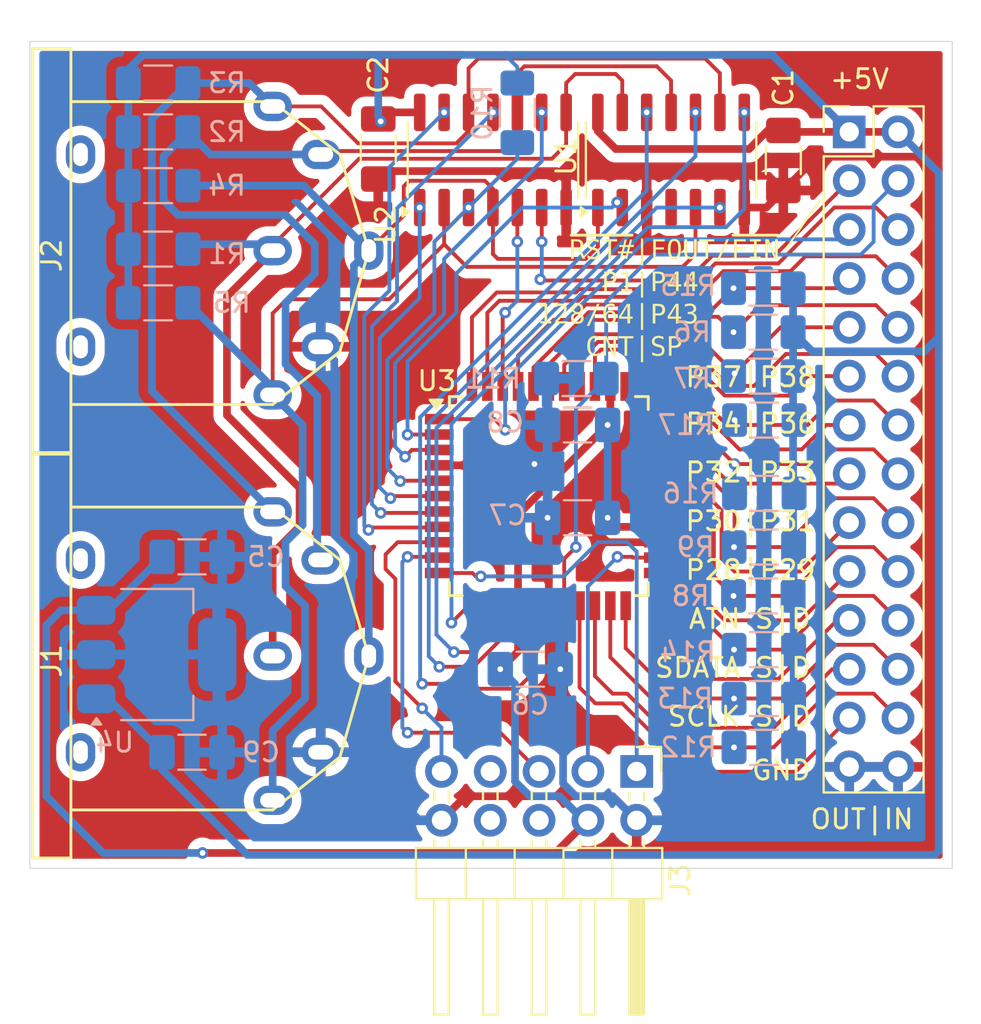
<source format=kicad_pcb>
(kicad_pcb (version 20240108) (generator "pcbnew") (generator_version "8.0")
  (layers (0 "F.Cu" signal) (31 "B.Cu" signal) (34 "B.Paste" user) (35 "F.Paste" user) (36 "B.SilkS" user "B.Silkscreen") (37 "F.SilkS" user "F.Silkscreen") (38 "B.Mask" user) (39 "F.Mask" user) (44 "Edge.Cuts" user))
  (net 0 "")
  (net 1 "GND")
  (net 2 "/~{DATA}")
  (net 3 "/~{FCLK}{slash}SRQ")
  (net 4 "/~{ATN}")
  (net 5 "+5V")
  (net 6 "/~{SCLK}")
  (net 7 "/SP")
  (net 8 "/CNT")
  (net 9 "/SCLK_IN")
  (net 10 "/FOUT{slash}~{FIN}")
  (net 11 "/SCLK_OUT")
  (net 12 "/SDATA_OUT")
  (net 13 "/ATN_OUT")
  (net 14 "/128{slash}64")
  (net 15 "/ATN_IN")
  (net 16 "/SDATA_IN")
  (net 17 "+3V3")
  (net 19 "/TDO")
  (net 20 "/TMS")
  (net 23 "/TCK")
  (net 24 "/TDI")
  (net 25 "/FCLK_IN")
  (net 26 "/FCLK_OUT")
  (net 27 "/~{RST}")
  (net 28 "/RST_OUT")
  (net 30 "/RST_IN")
  (net 31 "/~{RST#}")
  (net 32 "/RSTDRV")
  (net 33 "/SCLK_DRV")
  (net 34 "/SDATA_DRV")
  (net 35 "/ATN_DRV")
  (net 36 "/SDATA_SENS")
  (net 37 "/SCLK_SENS")
  (net 38 "/ATN_SENS")
  (net 39 "/P32")
  (net 40 "/P37")
  (net 41 "/P28")
  (net 42 "/P44")
  (net 43 "/P30")
  (net 44 "/P1")
  (net 45 "/P38")
  (net 46 "/P33")
  (net 47 "/P29")
  (net 48 "/P43")
  (net 49 "/P36")
  (net 50 "/P31")
  (net 51 "/P34")
  (footprint "Connector_PinHeader_2.54mm:PinHeader_2x05_P2.54mm_Horizontal" (layer "F.Cu") (at 228.08 77.96 -90)
    (property "Reference" "J3")
    (property "Value" "JTAG")
  )
  (footprint "Capacitor_SMD:C_1206_3216Metric_Pad1.33x1.80mm_HandSolder" (layer "F.Cu") (at 235.712 46.1895 -90)
    (property "Reference" "C1")
    (property "Value" "100n")
  )
  (footprint "C64_IEC:C64_IEC" (layer "F.Cu") (at 209.136 71.962 -90)
    (property "Reference" "J1")
    (property "Value" "DIN-6")
  )
  (footprint "Package_SO:SOIC-14_3.9x8.7mm_P1.27mm" (layer "F.Cu") (at 220.599 46.163 90)
    (property "Reference" "U2")
    (property "Value" "74LS06")
  )
  (footprint "Package_SO:SOIC-14_3.9x8.7mm_P1.27mm" (layer "F.Cu") (at 229.87 46.163 90)
    (property "Reference" "U1")
    (property "Value" "74LS14")
  )
  (footprint "Connector_PinHeader_2.54mm:PinHeader_2x14_P2.54mm_Vertical" (layer "F.Cu") (at 239.141 44.704)
    (property "Reference" "J4" (hide yes))
    (property "Value" "PIA")
  )
  (footprint "Package_QFP:TQFP-44_10x10mm_P0.8mm" (layer "F.Cu") (at 223.507 63.642)
    (property "Reference" "U3")
    (property "Value" "XC9572VQ44")
  )
  (footprint "C64_IEC:C64_IEC" (layer "F.Cu") (at 209.136 50.88 -90)
    (property "Reference" "J2")
    (property "Value" "DIN-6")
  )
  (footprint "Capacitor_SMD:C_1206_3216Metric_Pad1.33x1.80mm_HandSolder" (layer "F.Cu") (at 214.63 45.593 -90)
    (property "Reference" "C2")
    (property "Value" "100n")
  )
  (footprint "Capacitor_SMD:C_1206_3216Metric_Pad1.33x1.80mm_HandSolder" (layer "B.Cu") (at 225.0055 64.77 180)
    (property "Reference" "C7")
    (property "Value" "100n")
  )
  (footprint "Capacitor_SMD:C_1206_3216Metric_Pad1.33x1.80mm_HandSolder" (layer "B.Cu") (at 222.5425 72.644)
    (property "Reference" "C6")
    (property "Value" "100n")
  )
  (footprint "Capacitor_SMD:C_1206_3216Metric_Pad1.33x1.80mm_HandSolder" (layer "B.Cu") (at 225.0055 59.944 180)
    (property "Reference" "C8")
    (property "Value" "100n")
  )
  (footprint "Resistor_SMD:R_1206_3216Metric_Pad1.30x1.75mm_HandSolder" (layer "B.Cu") (at 234.67 55.118 180)
    (property "Reference" "R6")
    (property "Value" "1k")
  )
  (footprint "Resistor_SMD:R_1206_3216Metric_Pad1.30x1.75mm_HandSolder" (layer "B.Cu") (at 234.67 68.834 180)
    (property "Reference" "R8")
    (property "Value" "1k")
  )
  (footprint "Package_TO_SOT_SMD:SOT-223-3_TabPin2" (layer "B.Cu") (at 203.098 71.882)
    (property "Reference" "U4")
    (property "Value" "AZ1117CH2-33")
  )
  (footprint "Resistor_SMD:R_1206_3216Metric_Pad1.30x1.75mm_HandSolder" (layer "B.Cu") (at 221.869 43.714 -90)
    (property "Reference" "R10")
    (property "Value" "1k")
  )
  (footprint "Resistor_SMD:R_1206_3216Metric_Pad1.30x1.75mm_HandSolder" (layer "B.Cu") (at 234.696 74.168 180)
    (property "Reference" "R13")
    (property "Value" "1k")
  )
  (footprint "Resistor_SMD:R_1206_3216Metric_Pad1.30x1.75mm_HandSolder" (layer "B.Cu") (at 203.174 47.498)
    (property "Reference" "R4")
    (property "Value" "1k")
  )
  (footprint "Resistor_SMD:R_1206_3216Metric_Pad1.30x1.75mm_HandSolder" (layer "B.Cu") (at 234.696 71.628 180)
    (property "Reference" "R14")
    (property "Value" "1k")
  )
  (footprint "Resistor_SMD:R_1206_3216Metric_Pad1.30x1.75mm_HandSolder" (layer "B.Cu") (at 234.696 76.708 180)
    (property "Reference" "R12")
    (property "Value" "1k")
  )
  (footprint "Resistor_SMD:R_1206_3216Metric_Pad1.30x1.75mm_HandSolder" (layer "B.Cu") (at 203.174 50.8)
    (property "Reference" "R1")
    (property "Value" "1k")
  )
  (footprint "Resistor_SMD:R_1206_3216Metric_Pad1.30x1.75mm_HandSolder" (layer "B.Cu") (at 203.174 42.164)
    (property "Reference" "R3")
    (property "Value" "1k")
  )
  (footprint "Resistor_SMD:R_1206_3216Metric_Pad1.30x1.75mm_HandSolder" (layer "B.Cu") (at 234.722 63.5 180)
    (property "Reference" "R16")
    (property "Value" "1k")
  )
  (footprint "Resistor_SMD:R_1206_3216Metric_Pad1.30x1.75mm_HandSolder" (layer "B.Cu") (at 234.722 59.69 180)
    (property "Reference" "R17")
    (property "Value" "1k")
  )
  (footprint "Resistor_SMD:R_1206_3216Metric_Pad1.30x1.75mm_HandSolder" (layer "B.Cu") (at 234.67 52.832 180)
    (property "Reference" "R15")
    (property "Value" "1k")
  )
  (footprint "Resistor_SMD:R_1206_3216Metric_Pad1.30x1.75mm_HandSolder" (layer "B.Cu") (at 203.174 44.704)
    (property "Reference" "R2")
    (property "Value" "1k")
  )
  (footprint "Resistor_SMD:R_1206_3216Metric_Pad1.30x1.75mm_HandSolder" (layer "B.Cu") (at 224.943 57.531 180)
    (property "Reference" "R11")
    (property "Value" "10k")
  )
  (footprint "Capacitor_SMD:C_1206_3216Metric_Pad1.33x1.80mm_HandSolder" (layer "B.Cu") (at 204.9395 66.802)
    (property "Reference" "C5")
    (property "Value" "100n")
  )
  (footprint "Capacitor_SMD:C_1206_3216Metric_Pad1.33x1.80mm_HandSolder" (layer "B.Cu") (at 204.9395 76.962)
    (property "Reference" "C9")
    (property "Value" "100n")
  )
  (footprint "Resistor_SMD:R_1206_3216Metric_Pad1.30x1.75mm_HandSolder" (layer "B.Cu") (at 234.67 57.404 180)
    (property "Reference" "R7")
    (property "Value" "1k")
  )
  (footprint "Resistor_SMD:R_1206_3216Metric_Pad1.30x1.75mm_HandSolder" (layer "B.Cu") (at 203.174 53.594)
    (property "Reference" "R5")
    (property "Value" "1k")
  )
  (footprint "Resistor_SMD:R_1206_3216Metric_Pad1.30x1.75mm_HandSolder" (layer "B.Cu") (at 234.696 66.294 180)
    (property "Reference" "R9")
    (property "Value" "1k")
  )
  (gr_line (start 235.839 50.8) (end 237.617 48.26) (stroke (width 0.1)) (layer "F.SilkS"))
  (gr_rect (start 196.5 40) (end 244.5 83) (stroke (width 0.05)) (fill none) (layer "Edge.Cuts"))
  (gr_text "SCLK S|D" (at 237.236 75.692 0) (layer "F.SilkS") (effects (font (size 1 1)) (justify right bottom)))
  (gr_text "ATN S|D" (at 237.236 70.612 0) (layer "F.SilkS") (effects (font (size 1 1)) (justify right bottom)))
  (gr_text "+5V" (at 241.3 42.545 0) (layer "F.SilkS") (effects (font (size 1 1)) (justify right bottom)))
  (gr_text "P30|P31" (at 237.49 65.532 0) (layer "F.SilkS") (effects (font (size 1 1)) (justify right bottom)))
  (gr_text "P32|P33" (at 237.49 62.992 0) (layer "F.SilkS") (effects (font (size 1 1)) (justify right bottom)))
  (gr_text "GND" (at 237.236 78.486 0) (layer "F.SilkS") (effects (font (size 1 1)) (justify right bottom)))
  (gr_text "P28|P29" (at 237.49 68.072 0) (layer "F.SilkS") (effects (font (size 1 1)) (justify right bottom)))
  (gr_text "SDATA S|D" (at 237.236 73.152 0) (layer "F.SilkS") (effects (font (size 1 1)) (justify right bottom)))
  (gr_text "P37|P38" (at 237.49 58.039 0) (layer "F.SilkS") (effects (font (size 1 1)) (justify right bottom)))
  (gr_text "OUT|IN" (at 242.57 81.026 0) (layer "F.SilkS") (effects (font (size 1 1)) (justify right bottom)))
  (gr_text "  ~{RST#}|FOUT/~{FIN}\n    P1|P44\n128/64|P43\n   CNT|SP" (at 222.885 56.515 0) (layer "F.SilkS") (effects (font (size 1 1)) (justify left bottom)))
  (gr_text "P34|P36" (at 237.49 60.452 0) (layer "F.SilkS") (effects (font (size 1 1)) (justify right bottom)))
  (segment (start 243.8 46.696) (end 243.8 77.724) (width 0.4) (layer "F.Cu") (net 1))
  (segment (start 223.909 46.744) (end 224.155 46.99) (width 0.4) (layer "F.Cu") (net 1))
  (segment (start 223.507 69.342) (end 223.507 64.834) (width 0.4) (layer "F.Cu") (net 1))
  (segment (start 235.712 47.752) (end 237.47 45.994) (width 0.4) (layer "F.Cu") (net 1))
  (segment (start 234.95 46.99) (end 235.712 47.752) (width 0.4) (layer "F.Cu") (net 1))
  (segment (start 243.098 45.994) (end 243.8 46.696) (width 0.4) (layer "F.Cu") (net 1))
  (segment (start 237.47 45.994) (end 243.098 45.994) (width 0.4) (layer "F.Cu") (net 1))
  (segment (start 228.6 48.638) (end 228.6 46.99) (width 0.2) (layer "F.Cu") (net 1))
  (segment (start 229.207 66.042) (end 226.316 66.042) (width 0.4) (layer "F.Cu") (net 1))
  (segment (start 234.826 48.638) (end 235.712 47.752) (width 0.4) (layer "F.Cu") (net 1))
  (segment (start 226.316 66.042) (end 225.044 64.77) (width 0.4) (layer "F.Cu") (net 1))
  (segment (start 224.409 47.244) (end 224.409 48.638) (width 0.4) (layer "F.Cu") (net 1))
  (segment (start 226.83 79.25) (end 219.17 79.25) (width 0.4) (layer "F.Cu") (net 1))
  (segment (start 243.8 77.724) (end 241.681 77.724) (width 0.4) (layer "F.Cu") (net 1))
  (segment (start 214.63 47.1555) (end 215.0415 46.744) (width 0.4) (layer "F.Cu") (net 1))
  (segment (start 223.507 64.834) (end 223.443 64.77) (width 0.4) (layer "F.Cu") (net 1))
  (segment (start 215.0415 46.744) (end 223.909 46.744) (width 0.4) (layer "F.Cu") (net 1))
  (segment (start 225.044 64.77) (end 223.443 64.77) (width 0.4) (layer "F.Cu") (net 1))
  (segment (start 228.6 46.99) (end 234.95 46.99) (width 0.4) (layer "F.Cu") (net 1))
  (segment (start 224.155 46.99) (end 224.409 47.244) (width 0.4) (layer "F.Cu") (net 1))
  (segment (start 228.08 80.5) (end 226.83 79.25) (width 0.4) (layer "F.Cu") (net 1))
  (segment (start 222.692 62.042) (end 222.758 61.976) (width 0.4) (layer "F.Cu") (net 1))
  (segment (start 233.68 48.638) (end 234.826 48.638) (width 0.4) (layer "F.Cu") (net 1))
  (segment (start 219.17 79.25) (end 217.92 80.5) (width 0.4) (layer "F.Cu") (net 1))
  (segment (start 223.507 72.046) (end 224.105 72.644) (width 0.4) (layer "F.Cu") (net 1))
  (segment (start 217.807 62.042) (end 222.692 62.042) (width 0.4) (layer "F.Cu") (net 1))
  (segment (start 224.155 46.99) (end 228.6 46.99) (width 0.4) (layer "F.Cu") (net 1))
  (segment (start 223.507 69.342) (end 223.507 72.046) (width 0.4) (layer "F.Cu") (net 1))
  (via (at 222.758 61.976) (size 0.6) (drill 0.3) (layers "F.Cu" "B.Cu") (net 1))
  (via (at 224.105 72.644) (size 0.6) (drill 0.3) (layers "F.Cu" "B.Cu") (net 1))
  (via (at 223.443 64.77) (size 0.6) (drill 0.3) (layers "F.Cu" "B.Cu") (net 1))
  (segment (start 224.105 72.644) (end 224.25 72.789) (width 0.4) (layer "B.Cu") (net 1))
  (segment (start 211.636 80.28) (end 211.636 76.962) (width 0.4) (layer "B.Cu") (net 1))
  (segment (start 238.524 80.5) (end 239.141 79.883) (width 0.4) (layer "B.Cu") (net 1))
  (segment (start 223.443 59.944) (end 223.443 61.291) (width 0.4) (layer "B.Cu") (net 1))
  (segment (start 223.393 59.894) (end 223.443 59.944) (width 0.4) (layer "B.Cu") (net 1))
  (segment (start 207.899 80.899) (end 211.017 80.899) (width 0.4) (layer "B.Cu") (net 1))
  (segment (start 224.917 79.248) (end 226.828 79.248) (width 0.4) (layer "B.Cu") (net 1))
  (segment (start 223.443 59.944) (end 223.443 64.77) (width 0.4) (layer "B.Cu") (net 1))
  (segment (start 211.636 69.542) (end 211.636 76.962) (width 0.4) (layer "B.Cu") (net 1))
  (segment (start 213.36 66.675) (end 213.36 67.818) (width 0.4) (layer "B.Cu") (net 1))
  (segment (start 223.443 61.291) (end 222.758 61.976) (width 0.4) (layer "B.Cu") (net 1))
  (segment (start 213.36 67.818) (end 211.636 69.542) (width 0.4) (layer "B.Cu") (net 1))
  (segment (start 206.502 66.802) (end 206.502 76.962) (width 0.4) (layer "B.Cu") (net 1))
  (segment (start 239.141 79.883) (end 239.141 77.724) (width 0.4) (layer "B.Cu") (net 1))
  (segment (start 211.636 76.962) (end 213.236 76.962) (width 0.4) (layer "B.Cu") (net 1))
  (segment (start 212.344 65.659) (end 213.36 66.675) (width 0.4) (layer "B.Cu") (net 1))
  (segment (start 212.344 56.588) (end 212.344 65.659) (width 0.4) (layer "B.Cu") (net 1))
  (segment (start 211.636 55.88) (end 212.344 56.588) (width 0.4) (layer "B.Cu") (net 1))
  (segment (start 228.08 80.5) (end 238.524 80.5) (width 0.4) (layer "B.Cu") (net 1))
  (segment (start 211.017 80.899) (end 211.636 80.28) (width 0.4) (layer "B.Cu") (net 1))
  (segment (start 224.25 78.581) (end 224.917 79.248) (width 0.4) (layer "B.Cu") (net 1))
  (segment (start 239.141 77.724) (end 241.681 77.724) (width 0.4) (layer "B.Cu") (net 1))
  (segment (start 226.828 79.248) (end 228.08 80.5) (width 0.4) (layer "B.Cu") (net 1))
  (segment (start 216.774 80.5) (end 217.92 80.5) (width 0.4) (layer "B.Cu") (net 1))
  (segment (start 199.948 71.882) (end 206.248 71.882) (width 0.4) (layer "B.Cu") (net 1))
  (segment (start 206.502 76.962) (end 206.502 79.502) (width 0.4) (layer "B.Cu") (net 1))
  (segment (start 223.393 57.531) (end 223.393 59.894) (width 0.4) (layer "B.Cu") (net 1))
  (segment (start 213.236 76.962) (end 216.774 80.5) (width 0.4) (layer "B.Cu") (net 1))
  (segment (start 206.502 79.502) (end 207.899 80.899) (width 0.4) (layer "B.Cu") (net 1))
  (segment (start 224.25 72.789) (end 224.25 78.581) (width 0.4) (layer "B.Cu") (net 1))
  (segment (start 232.41 41.656) (end 232.41 43.688) (width 0.2) (layer "F.Cu") (net 2))
  (segment (start 219.329 43.688) (end 219.329 41.402) (width 0.2) (layer "F.Cu") (net 2))
  (segment (start 219.329 41.402) (end 219.837 40.894) (width 0.2) (layer "F.Cu") (net 2))
  (segment (start 231.648 40.894) (end 232.41 41.656) (width 0.2) (layer "F.Cu") (net 2))
  (segment (start 218.690999 45.301) (end 219.329 44.662999) (width 0.2) (layer "F.Cu") (net 2))
  (segment (start 213.583628 45.301) (end 218.690999 45.301) (width 0.2) (layer "F.Cu") (net 2))
  (segment (start 219.329 44.662999) (end 219.329 43.688) (width 0.2) (layer "F.Cu") (net 2))
  (segment (start 209.136 43.38) (end 211.662628 43.38) (width 0.2) (layer "F.Cu") (net 2))
  (segment (start 211.662628 43.38) (end 213.583628 45.301) (width 0.2) (layer "F.Cu") (net 2))
  (segment (start 219.837 40.894) (end 231.648 40.894) (width 0.2) (layer "F.Cu") (net 2))
  (segment (start 207.92 42.164) (end 209.136 43.38) (width 0.4) (layer "B.Cu") (net 2))
  (segment (start 202.854 58.18) (end 209.136 64.462) (width 0.4) (layer "B.Cu") (net 2))
  (segment (start 202.854 44.034) (end 202.854 58.18) (width 0.4) (layer "B.Cu") (net 2))
  (segment (start 204.724 42.164) (end 202.854 44.034) (width 0.4) (layer "B.Cu") (net 2))
  (segment (start 204.724 42.164) (end 207.92 42.164) (width 0.4) (layer "B.Cu") (net 2))
  (segment (start 230.47162 51.72238) (end 219.23538 51.72238) (width 0.2) (layer "F.Cu") (net 3))
  (segment (start 209.136 54.140105) (end 209.136 58.38) (width 0.2) (layer "F.Cu") (net 3))
  (segment (start 215.198947 53.406053) (end 209.870053 53.406053) (width 0.2) (layer "F.Cu") (net 3))
  (segment (start 218.059 50.546) (end 215.198947 53.406053) (width 0.2) (layer "F.Cu") (net 3))
  (segment (start 209.870053 53.406053) (end 209.136 54.140105) (width 0.2) (layer "F.Cu") (net 3))
  (segment (start 218.059 50.546) (end 218.059 48.638) (width 0.2) (layer "F.Cu") (net 3))
  (segment (start 231.14 51.054) (end 230.47162 51.72238) (width 0.2) (layer "F.Cu") (net 3))
  (segment (start 231.14 48.638) (end 231.14 51.054) (width 0.2) (layer "F.Cu") (net 3))
  (segment (start 219.23538 51.72238) (end 218.059 50.546) (width 0.2) (layer "F.Cu") (net 3))
  (segment (start 210.693 59.937) (end 210.693 65.151) (width 0.4) (layer "B.Cu") (net 3))
  (segment (start 209.136 75.852) (end 209.136 79.462) (width 0.4) (layer "B.Cu") (net 3))
  (segment (start 204.724 53.594) (end 209.136 58.006) (width 0.4) (layer "B.Cu") (net 3))
  (segment (start 209.136 58.006) (end 209.136 58.38) (width 0.4) (layer "B.Cu") (net 3))
  (segment (start 209.804 66.04) (end 209.804 68.326) (width 0.4) (layer "B.Cu") (net 3))
  (segment (start 210.693 65.151) (end 209.804 66.04) (width 0.4) (layer "B.Cu") (net 3))
  (segment (start 210.82 69.342) (end 210.82 74.168) (width 0.4) (layer "B.Cu") (net 3))
  (segment (start 209.136 58.38) (end 210.693 59.937) (width 0.4) (layer "B.Cu") (net 3))
  (segment (start 209.804 68.326) (end 210.82 69.342) (width 0.4) (layer "B.Cu") (net 3))
  (segment (start 210.82 74.168) (end 209.136 75.852) (width 0.4) (layer "B.Cu") (net 3))
  (segment (start 224.409 45.358) (end 224.409 43.688) (width 0.2) (layer "F.Cu") (net 4))
  (segment (start 209.136 66.621472) (end 209.136 71.962) (width 0.4) (layer "F.Cu") (net 4))
  (segment (start 226.987 41.694) (end 227.33 42.037) (width 0.2) (layer "F.Cu") (net 4))
  (segment (start 223.666 46.101) (end 224.409 45.358) (width 0.2) (layer "F.Cu") (net 4))
  (segment (start 210.536 63.216) (end 210.536 65.221472) (width 0.4) (layer "F.Cu") (net 4))
  (segment (start 206.756 59.436) (end 210.536 63.216) (width 0.4) (layer "F.Cu") (net 4))
  (segment (start 213.6375 46.101) (end 223.666 46.101) (width 0.2) (layer "F.Cu") (net 4))
  (segment (start 224.409 43.688) (end 224.409 42.164) (width 0.2) (layer "F.Cu") (net 4))
  (segment (start 210.536 65.221472) (end 209.136 66.621472) (width 0.4) (layer "F.Cu") (net 4))
  (segment (start 224.409 42.164) (end 224.879 41.694) (width 0.2) (layer "F.Cu") (net 4))
  (segment (start 209.136 50.6025) (end 213.6375 46.101) (width 0.2) (layer "F.Cu") (net 4))
  (segment (start 227.33 42.037) (end 227.33 43.688) (width 0.2) (layer "F.Cu") (net 4))
  (segment (start 224.879 41.694) (end 226.987 41.694) (width 0.2) (layer "F.Cu") (net 4))
  (segment (start 209.136 50.88) (end 209.136 50.6025) (width 0.2) (layer "F.Cu") (net 4))
  (segment (start 209.136 50.88) (end 206.756 53.26) (width 0.4) (layer "F.Cu") (net 4))
  (segment (start 206.756 53.26) (end 206.756 59.436) (width 0.4) (layer "F.Cu") (net 4))
  (segment (start 204.978 50.546) (end 208.802 50.546) (width 0.4) (layer "B.Cu") (net 4))
  (segment (start 208.802 50.546) (end 209.136 50.88) (width 0.4) (layer "B.Cu") (net 4))
  (segment (start 204.724 50.8) (end 204.978 50.546) (width 0.4) (layer "B.Cu") (net 4))
  (segment (start 226.06 43.688) (end 226.06 44.662999) (width 0.4) (layer "F.Cu") (net 5))
  (segment (start 216.789 43.688) (end 214.9725 43.688) (width 0.4) (layer "F.Cu") (net 5))
  (segment (start 235.789 44.704) (end 235.712 44.627) (width 0.4) (layer "F.Cu") (net 5))
  (segment (start 226.990001 45.593) (end 233.934 45.593) (width 0.4) (layer "F.Cu") (net 5))
  (segment (start 233.934 45.593) (end 234.9 44.627) (width 0.4) (layer "F.Cu") (net 5))
  (segment (start 226.06 44.662999) (end 226.990001 45.593) (width 0.4) (layer "F.Cu") (net 5))
  (segment (start 234.9 44.627) (end 235.712 44.627) (width 0.4) (layer "F.Cu") (net 5))
  (segment (start 214.9725 43.688) (end 214.63 44.0305) (width 0.4) (layer "F.Cu") (net 5))
  (segment (start 241.681 44.704) (end 235.789 44.704) (width 0.4) (layer "F.Cu") (net 5))
  (via (at 214.757 44.1575) (size 0.6) (drill 0.3) (layers "F.Cu" "B.Cu") (net 5))
  (segment (start 236.22 65.76) (end 236.246 65.786) (width 0.4) (layer "B.Cu") (net 5))
  (segment (start 239.772 82.3) (end 207.815 82.3) (width 0.4) (layer "B.Cu") (net 5))
  (segment (start 214.63 43.9035) (end 214.757 44.0305) (width 0.4) (layer "B.Cu") (net 5))
  (segment (start 243.058 56.114) (end 243.8 55.372) (width 0.4) (layer "B.Cu") (net 5))
  (segment (start 243.8 49.784) (end 243.8 55.372) (width 0.4) (layer "B.Cu") (net 5))
  (segment (start 202.378 40.7) (end 214.63 40.7) (width 0.4) (layer "B.Cu") (net 5))
  (segment (start 201.624 50.8) (end 201.624 53.594) (width 0.4) (layer "B.Cu") (net 5))
  (segment (start 203.377 77.862) (end 203.377 76.962) (width 0.4) (layer "B.Cu") (net 5))
  (segment (start 235.137 40.7) (end 239.141 44.704) (width 0.4) (layer "B.Cu") (net 5))
  (segment (start 243.8 46.823) (end 243.8 49.784) (width 0.4) (layer "B.Cu") (net 5))
  (segment (start 236.22 55.118) (end 237.216 56.114) (width 0.4) (layer "B.Cu") (net 5))
  (segment (start 207.815 82.3) (end 203.377 77.862) (width 0.4) (layer "B.Cu") (net 5))
  (segment (start 221.869 41.335) (end 221.234 40.7) (width 0.2) (layer "B.Cu") (net 5))
  (segment (start 236.246 76.708) (end 236.246 74.168) (width 0.4) (layer "B.Cu") (net 5))
  (segment (start 243.582 82.3) (end 239.772 82.3) (width 0.4) (layer "B.Cu") (net 5))
  (segment (start 199.948 74.182) (end 200.597 74.182) (width 0.4) (layer "B.Cu") (net 5))
  (segment (start 243.8 82.082) (end 243.582 82.3) (width 0.4) (layer "B.Cu") (net 5))
  (segment (start 236.22 57.404) (end 236.22 65.76) (width 0.4) (layer "B.Cu") (net 5))
  (segment (start 236.246 65.786) (end 236.246 71.628) (width 0.4) (layer "B.Cu") (net 5))
  (segment (start 236.22 52.832) (end 236.22 55.118) (width 0.4) (layer "B.Cu") (net 5))
  (segment (start 214.63 40.7) (end 214.63 43.9035) (width 0.4) (layer "B.Cu") (net 5))
  (segment (start 221.234 40.7) (end 235.137 40.7) (width 0.4) (layer "B.Cu") (net 5))
  (segment (start 214.63 40.7) (end 221.234 40.7) (width 0.4) (layer "B.Cu") (net 5))
  (segment (start 236.22 55.118) (end 236.22 57.404) (width 0.4) (layer "B.Cu") (net 5))
  (segment (start 241.681 44.704) (end 243.8 46.823) (width 0.4) (layer "B.Cu") (net 5))
  (segment (start 201.624 41.454) (end 202.378 40.7) (width 0.4) (layer "B.Cu") (net 5))
  (segment (start 221.869 42.164) (end 221.869 41.335) (width 0.2) (layer "B.Cu") (net 5))
  (segment (start 237.216 56.114) (end 243.058 56.114) (width 0.4) (layer "B.Cu") (net 5))
  (segment (start 243.8 55.372) (end 243.8 82.082) (width 0.4) (layer "B.Cu") (net 5))
  (segment (start 201.624 42.164) (end 201.624 41.454) (width 0.4) (layer "B.Cu") (net 5))
  (segment (start 236.246 71.628) (end 236.246 74.168) (width 0.4) (layer "B.Cu") (net 5))
  (segment (start 200.597 74.182) (end 203.377 76.962) (width 0.4) (layer "B.Cu") (net 5))
  (segment (start 201.624 42.164) (end 201.624 50.8) (width 0.4) (layer "B.Cu") (net 5))
  (segment (start 211.636 45.88) (end 211.815 45.701) (width 0.2) (layer "F.Cu") (net 6))
  (segment (start 221.869 41.656) (end 222.231 41.294) (width 0.2) (layer "F.Cu") (net 6))
  (segment (start 221.869 45.085) (end 221.869 43.688) (width 0.2) (layer "F.Cu") (net 6))
  (segment (start 222.231 41.294) (end 229.127 41.294) (width 0.2) (layer "F.Cu") (net 6))
  (segment (start 211.815 45.701) (end 221.253 45.701) (width 0.2) (layer "F.Cu") (net 6))
  (segment (start 229.127 41.294) (end 229.87 42.037) (width 0.2) (layer "F.Cu") (net 6))
  (segment (start 229.87 42.037) (end 229.87 43.688) (width 0.2) (layer "F.Cu") (net 6))
  (segment (start 221.253 45.701) (end 221.869 45.085) (width 0.2) (layer "F.Cu") (net 6))
  (segment (start 221.869 43.688) (end 221.869 41.656) (width 0.2) (layer "F.Cu") (net 6))
  (segment (start 203.454 48.26) (end 204.216 49.022) (width 0.4) (layer "B.Cu") (net 6))
  (segment (start 209.804 56.777342) (end 211.455 58.428342) (width 0.4) (layer "B.Cu") (net 6))
  (segment (start 205.9 45.88) (end 211.636 45.88) (width 0.4) (layer "B.Cu") (net 6))
  (segment (start 211.455 58.428342) (end 211.455 66.781) (width 0.4) (layer "B.Cu") (net 6))
  (segment (start 211.328 50.546) (end 211.328 52.07) (width 0.4) (layer "B.Cu") (net 6))
  (segment (start 211.455 66.781) (end 211.636 66.962) (width 0.4) (layer "B.Cu") (net 6))
  (segment (start 204.724 44.704) (end 205.9 45.88) (width 0.4) (layer "B.Cu") (net 6))
  (segment (start 209.804 53.594) (end 209.804 56.777342) (width 0.4) (layer "B.Cu") (net 6))
  (segment (start 203.454 45.974) (end 203.454 48.26) (width 0.4) (layer "B.Cu") (net 6))
  (segment (start 211.328 52.07) (end 209.804 53.594) (width 0.4) (layer "B.Cu") (net 6))
  (segment (start 204.724 44.704) (end 203.454 45.974) (width 0.4) (layer "B.Cu") (net 6))
  (segment (start 204.216 49.022) (end 209.804 49.022) (width 0.4) (layer "B.Cu") (net 6))
  (segment (start 209.804 49.022) (end 211.328 50.546) (width 0.4) (layer "B.Cu") (net 6))
  (segment (start 222.707 56.958628) (end 225.582628 54.083) (width 0.2) (layer "F.Cu") (net 7))
  (segment (start 225.582628 54.083) (end 230.558792 54.083) (width 0.2) (layer "F.Cu") (net 7))
  (segment (start 232.319986 54.318) (end 233.12 55.118014) (width 0.2) (layer "F.Cu") (net 7))
  (segment (start 230.558792 54.083) (end 230.793792 54.318) (width 0.2) (layer "F.Cu") (net 7))
  (segment (start 240.531 53.714) (end 241.681 54.864) (width 0.2) (layer "F.Cu") (net 7))
  (segment (start 234.524014 53.714) (end 240.531 53.714) (width 0.2) (layer "F.Cu") (net 7))
  (segment (start 230.793792 54.318) (end 232.319986 54.318) (width 0.2) (layer "F.Cu") (net 7))
  (segment (start 233.12 55.118014) (end 234.524014 53.714) (width 0.2) (layer "F.Cu") (net 7))
  (segment (start 222.707 57.942) (end 222.707 56.958628) (width 0.2) (layer "F.Cu") (net 7))
  (via (at 233.12 55.118014) (size 0.6) (drill 0.3) (layers "F.Cu" "B.Cu") (net 7))
  (segment (start 225.817629 54.483) (end 230.393106 54.483) (width 0.2) (layer "F.Cu") (net 8))
  (segment (start 230.393106 54.483) (end 233.172106 57.262) (width 0.2) (layer "F.Cu") (net 8))
  (segment (start 233.172106 57.262) (end 235.570106 54.864) (width 0.2) (layer "F.Cu") (net 8))
  (segment (start 223.507 56.793629) (end 225.817629 54.483) (width 0.2) (layer "F.Cu") (net 8))
  (segment (start 235.570106 54.864) (end 239.141 54.864) (width 0.2) (layer "F.Cu") (net 8))
  (segment (start 223.507 57.942) (end 223.507 56.793629) (width 0.2) (layer "F.Cu") (net 8))
  (via (at 233.172106 57.262) (size 0.6) (drill 0.3) (layers "F.Cu" "B.Cu") (net 8))
  (segment (start 219.583 72.517) (end 217.805 72.517) (width 0.2) (layer "F.Cu") (net 9))
  (segment (start 221.107 69.342) (end 221.107 70.993) (width 0.2) (layer "F.Cu") (net 9))
  (segment (start 221.107 70.993) (end 219.583 72.517) (width 0.2) (layer "F.Cu") (net 9))
  (via (at 231.14 43.688) (size 0.6) (drill 0.3) (layers "F.Cu" "B.Cu") (net 9))
  (via (at 217.805 72.517) (size 0.6) (drill 0.3) (layers "F.Cu" "B.Cu") (net 9))
  (segment (start 231.14 45.974) (end 217.259 59.855) (width 0.2) (layer "B.Cu") (net 9))
  (segment (start 217.259 71.971) (end 217.805 72.517) (width 0.2) (layer "B.Cu") (net 9))
  (segment (start 231.14 43.688) (end 231.14 45.974) (width 0.2) (layer "B.Cu") (net 9))
  (segment (start 217.259 59.855) (end 217.259 71.971) (width 0.2) (layer "B.Cu") (net 9))
  (segment (start 224.307 66.904) (end 224.917 66.294) (width 0.2) (layer "F.Cu") (net 10))
  (segment (start 224.307 69.342) (end 224.307 66.904) (width 0.2) (layer "F.Cu") (net 10))
  (via (at 224.917 66.294) (size 0.6) (drill 0.3) (layers "F.Cu" "B.Cu") (net 10))
  (segment (start 241.681 47.244) (end 240.411 48.514) (width 0.2) (layer "B.Cu") (net 10))
  (segment (start 228.952157 51.082843) (end 226.493 53.542) (width 0.2) (layer "B.Cu") (net 10))
  (segment (start 224.917 65.151) (end 224.917 66.294) (width 0.2) (layer "B.Cu") (net 10))
  (segment (start 239.747157 51.082843) (end 228.952157 51.082843) (width 0.2) (layer "B.Cu") (net 10))
  (segment (start 240.411 48.514) (end 240.411 50.419) (width 0.2) (layer "B.Cu") (net 10))
  (segment (start 240.411 50.419) (end 239.747157 51.082843) (width 0.2) (layer "B.Cu") (net 10))
  (segment (start 226.493 57.531) (end 224.917 59.107) (width 0.2) (layer "B.Cu") (net 10))
  (segment (start 226.493 53.542) (end 226.493 57.531) (width 0.2) (layer "B.Cu") (net 10))
  (segment (start 224.917 59.107) (end 224.917 65.151) (width 0.2) (layer "B.Cu") (net 10))
  (segment (start 217.807 64.442) (end 217.732996 64.516004) (width 0.2) (layer "F.Cu") (net 11))
  (segment (start 217.732996 64.516004) (end 214.757 64.516004) (width 0.2) (layer "F.Cu") (net 11))
  (via (at 214.757 64.516004) (size 0.6) (drill 0.3) (layers "F.Cu" "B.Cu") (net 11))
  (via (at 220.599 43.688) (size 0.6) (drill 0.3) (layers "F.Cu" "B.Cu") (net 11))
  (segment (start 214.304 54.809) (end 214.304 64.063004) (width 0.2) (layer "B.Cu") (net 11))
  (segment (start 215.608 53.505) (end 214.304 54.809) (width 0.2) (layer "B.Cu") (net 11))
  (segment (start 215.608 48.679) (end 215.608 53.505) (width 0.2) (layer "B.Cu") (net 11))
  (segment (start 220.599 43.688) (end 215.608 48.679) (width 0.2) (layer "B.Cu") (net 11))
  (segment (start 214.304 64.063004) (end 214.757 64.516004) (width 0.2) (layer "B.Cu") (net 11))
  (segment (start 217.771 65.278) (end 214.249 65.278) (width 0.2) (layer "F.Cu") (net 12))
  (segment (start 217.807 65.242) (end 217.771 65.278) (width 0.2) (layer "F.Cu") (net 12))
  (segment (start 214.249 65.278) (end 214.122 65.405) (width 0.2) (layer "F.Cu") (net 12))
  (via (at 218.059 43.688) (size 0.6) (drill 0.3) (layers "F.Cu" "B.Cu") (net 12))
  (via (at 214.122 65.405) (size 0.6) (drill 0.3) (layers "F.Cu" "B.Cu") (net 12))
  (segment (start 215.208 46.539) (end 215.208 52.959) (width 0.2) (layer "B.Cu") (net 12))
  (segment (start 213.904 65.187) (end 214.122 65.405) (width 0.2) (layer "B.Cu") (net 12))
  (segment (start 213.904 54.263) (end 213.904 65.187) (width 0.2) (layer "B.Cu") (net 12))
  (segment (start 218.059 43.688) (end 215.208 46.539) (width 0.2) (layer "B.Cu") (net 12))
  (segment (start 215.208 52.959) (end 213.904 54.263) (width 0.2) (layer "B.Cu") (net 12))
  (segment (start 216.38 61.242) (end 216.027 61.595) (width 0.2) (layer "F.Cu") (net 13))
  (segment (start 217.807 61.242) (end 216.38 61.242) (width 0.2) (layer "F.Cu") (net 13))
  (via (at 223.139 43.688) (size 0.6) (drill 0.3) (layers "F.Cu" "B.Cu") (net 13))
  (via (at 216.027 61.595) (size 0.6) (drill 0.3) (layers "F.Cu" "B.Cu") (net 13))
  (segment (start 223.139 43.688) (end 223.139 46.228) (width 0.2) (layer "B.Cu") (net 13))
  (segment (start 218.059 54.171314) (end 215.504 56.726314) (width 0.2) (layer "B.Cu") (net 13))
  (segment (start 215.504 56.726314) (end 215.504 61.072) (width 0.2) (layer "B.Cu") (net 13))
  (segment (start 215.504 61.072) (end 216.027 61.595) (width 0.2) (layer "B.Cu") (net 13))
  (segment (start 218.059 51.308) (end 218.059 54.171314) (width 0.2) (layer "B.Cu") (net 13))
  (segment (start 223.139 46.228) (end 218.059 51.308) (width 0.2) (layer "B.Cu") (net 13))
  (segment (start 224.622756 54.477186) (end 225.416942 53.683) (width 0.2) (layer "F.Cu") (net 14))
  (segment (start 230.927477 53.886) (end 232.066024 53.886) (width 0.2) (layer "F.Cu") (net 14))
  (segment (start 221.907 56.338372) (end 223.768186 54.477186) (width 0.2) (layer "F.Cu") (net 14))
  (segment (start 238.632976 52.832024) (end 239.141 52.324) (width 0.2) (layer "F.Cu") (net 14))
  (segment (start 233.12 52.832024) (end 233.68 52.832024) (width 0.2) (layer "F.Cu") (net 14))
  (segment (start 223.768186 54.477186) (end 224.622756 54.477186) (width 0.2) (layer "F.Cu") (net 14))
  (segment (start 238.76 51.943) (end 239.141 52.324) (width 0.2) (layer "F.Cu") (net 14))
  (segment (start 238.633 51.816) (end 239.141 52.324) (width 0.2) (layer "F.Cu") (net 14))
  (segment (start 221.907 57.942) (end 221.907 56.338372) (width 0.2) (layer "F.Cu") (net 14))
  (segment (start 232.066024 53.886) (end 233.12 52.832024) (width 0.2) (layer "F.Cu") (net 14))
  (segment (start 230.724478 53.683) (end 230.927477 53.886) (width 0.2) (layer "F.Cu") (net 14))
  (segment (start 233.68 52.832024) (end 238.632976 52.832024) (width 0.2) (layer "F.Cu") (net 14))
  (segment (start 225.416942 53.683) (end 230.724478 53.683) (width 0.2) (layer "F.Cu") (net 14))
  (via (at 233.12 52.832024) (size 0.6) (drill 0.3) (layers "F.Cu" "B.Cu") (net 14))
  (segment (start 222.707 69.342) (end 222.707 72.822) (width 0.2) (layer "F.Cu") (net 15))
  (segment (start 218.821 73.406) (end 216.916 73.406) (width 0.2) (layer "F.Cu") (net 15))
  (segment (start 221.869 73.66) (end 219.075 73.66) (width 0.2) (layer "F.Cu") (net 15))
  (segment (start 219.075 73.66) (end 218.821 73.406) (width 0.2) (layer "F.Cu") (net 15))
  (segment (start 222.707 72.822) (end 221.869 73.66) (width 0.2) (layer "F.Cu") (net 15))
  (via (at 216.916 73.406) (size 0.6) (drill 0.3) (layers "F.Cu" "B.Cu") (net 15))
  (via (at 228.6 43.688) (size 0.6) (drill 0.3) (layers "F.Cu" "B.Cu") (net 15))
  (segment (start 216.810565 59.541435) (end 216.810565 73.300565) (width 0.2) (layer "B.Cu") (net 15))
  (segment (start 216.810565 73.300565) (end 216.916 73.406) (width 0.2) (layer "B.Cu") (net 15))
  (segment (start 228.6 43.688) (end 228.6 47.752) (width 0.2) (layer "B.Cu") (net 15))
  (segment (start 228.6 47.752) (end 216.810565 59.541435) (width 0.2) (layer "B.Cu") (net 15))
  (segment (start 219.507 69.342) (end 219.329 69.342) (width 0.2) (layer "F.Cu") (net 16))
  (segment (start 219.329 69.342) (end 218.44 70.231) (width 0.2) (layer "F.Cu") (net 16))
  (via (at 218.44 70.231) (size 0.6) (drill 0.3) (layers "F.Cu" "B.Cu") (net 16))
  (via (at 233.68 43.688) (size 0.6) (drill 0.3) (layers "F.Cu" "B.Cu") (net 16))
  (segment (start 218.44 59.886314) (end 218.44 70.231) (width 0.2) (layer "B.Cu") (net 16))
  (segment (start 233.68 43.688) (end 233.68 48.710314) (width 0.2) (layer "B.Cu") (net 16))
  (segment (start 232.733314 49.657) (end 228.669314 49.657) (width 0.2) (layer "B.Cu") (net 16))
  (segment (start 233.68 48.710314) (end 232.733314 49.657) (width 0.2) (layer "B.Cu") (net 16))
  (segment (start 228.669314 49.657) (end 218.44 59.886314) (width 0.2) (layer "B.Cu") (net 16))
  (segment (start 226.707 59.805) (end 226.568 59.944) (width 0.4) (layer "F.Cu") (net 17))
  (segment (start 221.907 69.342) (end 221.907 71.717) (width 0.4) (layer "F.Cu") (net 17))
  (segment (start 221.907 71.717) (end 220.98 72.644) (width 0.4) (layer "F.Cu") (net 17))
  (segment (start 205.486 82.2) (end 223.84 82.2) (width 0.4) (layer "F.Cu") (net 17))
  (segment (start 223.84 82.2) (end 225.54 80.5) (width 0.4) (layer "F.Cu") (net 17))
  (segment (start 221.907 64.605) (end 226.568 59.944) (width 0.4) (layer "F.Cu") (net 17))
  (segment (start 229.207 65.242) (end 227.04 65.242) (width 0.4) (layer "F.Cu") (net 17))
  (segment (start 221.907 69.342) (end 221.907 64.605) (width 0.4) (layer "F.Cu") (net 17))
  (segment (start 226.707 57.942) (end 226.707 59.805) (width 0.4) (layer "F.Cu") (net 17))
  (segment (start 227.04 65.242) (end 226.568 64.77) (width 0.4) (layer "F.Cu") (net 17))
  (via (at 226.568 59.944) (size 0.6) (drill 0.3) (layers "F.Cu" "B.Cu") (net 17))
  (via (at 220.98 72.644) (size 0.6) (drill 0.3) (layers "F.Cu" "B.Cu") (net 17))
  (via (at 226.568 64.77) (size 0.6) (drill 0.3) (layers "F.Cu" "B.Cu") (net 17))
  (via (at 205.486 82.2) (size 0.6) (drill 0.3) (layers "F.Cu" "B.Cu") (net 17))
  (segment (start 225.320472 80.5) (end 225.54 80.5) (width 0.4) (layer "B.Cu") (net 17))
  (segment (start 226.568 59.944) (end 226.568 64.77) (width 0.4) (layer "B.Cu") (net 17))
  (segment (start 199.948 69.582) (end 200.597 69.582) (width 0.4) (layer "B.Cu") (net 17))
  (segment (start 224.068472 79.248) (end 225.320472 80.5) (width 0.4) (layer "B.Cu") (net 17))
  (segment (start 222.520233 79.248) (end 224.068472 79.248) (width 0.4) (layer "B.Cu") (net 17))
  (segment (start 200.31 82.2) (end 205.486 82.2) (width 0.4) (layer "B.Cu") (net 17))
  (segment (start 220.98 72.644) (end 221.75 73.414) (width 0.4) (layer "B.Cu") (net 17))
  (segment (start 198.134 69.582) (end 197.358 70.358) (width 0.4) (layer "B.Cu") (net 17))
  (segment (start 199.948 69.582) (end 198.134 69.582) (width 0.4) (layer "B.Cu") (net 17))
  (segment (start 221.75 73.414) (end 221.75 78.477767) (width 0.4) (layer "B.Cu") (net 17))
  (segment (start 197.358 79.248) (end 200.31 82.2) (width 0.4) (layer "B.Cu") (net 17))
  (segment (start 221.75 78.477767) (end 222.520233 79.248) (width 0.4) (layer "B.Cu") (net 17))
  (segment (start 200.597 69.582) (end 203.377 66.802) (width 0.4) (layer "B.Cu") (net 17))
  (segment (start 197.358 70.358) (end 197.358 79.248) (width 0.4) (layer "B.Cu") (net 17))
  (segment (start 227.076 66.802) (end 227.838 66.802) (width 0.2) (layer "F.Cu") (net 19))
  (segment (start 227.878 66.842) (end 229.207 66.842) (width 0.2) (layer "F.Cu") (net 19))
  (segment (start 227.838 66.802) (end 227.878 66.842) (width 0.2) (layer "F.Cu") (net 19))
  (via (at 227.076 66.802) (size 0.6) (drill 0.3) (layers "F.Cu" "B.Cu") (net 19))
  (segment (start 225.54 77.96) (end 225.54 68.338) (width 0.2) (layer "B.Cu") (net 19))
  (segment (start 225.54 68.338) (end 227.076 66.802) (width 0.2) (layer "B.Cu") (net 19))
  (segment (start 220.986 75.946) (end 216.154 75.946) (width 0.2) (layer "F.Cu") (net 20))
  (segment (start 217.82 66.954) (end 217.668012 66.802012) (width 0.2) (layer "F.Cu") (net 20))
  (segment (start 217.668012 66.802012) (end 216.154 66.802012) (width 0.2) (layer "F.Cu") (net 20))
  (segment (start 223 77.96) (end 220.986 75.946) (width 0.2) (layer "F.Cu") (net 20))
  (via (at 216.154 75.946) (size 0.6) (drill 0.3) (layers "F.Cu" "B.Cu") (net 20))
  (via (at 216.154 66.802012) (size 0.6) (drill 0.3) (layers "F.Cu" "B.Cu") (net 20))
  (segment (start 215.885 75.677) (end 215.885 67.071012) (width 0.2) (layer "B.Cu") (net 20))
  (segment (start 215.885 67.071012) (end 216.154 66.802012) (width 0.2) (layer "B.Cu") (net 20))
  (segment (start 216.154 75.946) (end 215.885 75.677) (width 0.2) (layer "B.Cu") (net 20))
  (segment (start 219.534 67.642) (end 217.807 67.642) (width 0.2) (layer "F.Cu") (net 23))
  (segment (start 219.71 67.818) (end 219.534 67.642) (width 0.2) (layer "F.Cu") (net 23))
  (segment (start 219.964 67.818) (end 219.71 67.818) (width 0.2) (layer "F.Cu") (net 23))
  (via (at 219.964 67.818) (size 0.6) (drill 0.3) (layers "F.Cu" "B.Cu") (net 23))
  (segment (start 228.08 77.96) (end 228.08 66.536) (width 0.2) (layer "B.Cu") (net 23))
  (segment (start 226.06 66.04) (end 224.282 67.818) (width 0.2) (layer "B.Cu") (net 23))
  (segment (start 228.08 66.536) (end 227.584 66.04) (width 0.2) (layer "B.Cu") (net 23))
  (segment (start 224.282 67.818) (end 219.964 67.818) (width 0.2) (layer "B.Cu") (net 23))
  (segment (start 227.584 66.04) (end 226.06 66.04) (width 0.2) (layer "B.Cu") (net 23))
  (segment (start 215.011 67.437) (end 215.519 67.945) (width 0.2) (layer "F.Cu") (net 24))
  (segment (start 215.519 73.279) (end 216.916 74.676) (width 0.2) (layer "F.Cu") (net 24))
  (segment (start 217.807 66.042) (end 215.644 66.042) (width 0.2) (layer "F.Cu") (net 24))
  (segment (start 215.519 67.945) (end 215.519 73.279) (width 0.2) (layer "F.Cu") (net 24))
  (segment (start 215.644 66.042) (end 215.011 66.675) (width 0.2) (layer "F.Cu") (net 24))
  (segment (start 215.011 66.675) (end 215.011 67.437) (width 0.2) (layer "F.Cu") (net 24))
  (via (at 216.916 74.676) (size 0.6) (drill 0.3) (layers "F.Cu" "B.Cu") (net 24))
  (segment (start 217.92 77.96) (end 217.92 75.68) (width 0.2) (layer "B.Cu") (net 24))
  (segment (start 217.92 75.68) (end 216.916 74.676) (width 0.2) (layer "B.Cu") (net 24))
  (segment (start 220.307 70.904) (end 220.307 69.342) (width 0.2) (layer "F.Cu") (net 25))
  (segment (start 219.456 71.755) (end 220.307 70.904) (width 0.2) (layer "F.Cu") (net 25))
  (segment (start 218.567 71.755) (end 219.456 71.755) (width 0.2) (layer "F.Cu") (net 25))
  (via (at 232.41 48.638) (size 0.6) (drill 0.3) (layers "F.Cu" "B.Cu") (net 25))
  (via (at 218.567 71.755) (size 0.6) (drill 0.3) (layers "F.Cu" "B.Cu") (net 25))
  (segment (start 232.41 48.638) (end 229.122629 48.638) (width 0.2) (layer "B.Cu") (net 25))
  (segment (start 229.122629 48.638) (end 217.659 60.101629) (width 0.2) (layer "B.Cu") (net 25))
  (segment (start 217.659 60.101629) (end 217.659 70.847) (width 0.2) (layer "B.Cu") (net 25))
  (segment (start 217.659 70.847) (end 218.567 71.755) (width 0.2) (layer "B.Cu") (net 25))
  (segment (start 215.377 63.642) (end 215.265 63.754) (width 0.2) (layer "F.Cu") (net 26))
  (segment (start 217.807 63.642) (end 215.377 63.642) (width 0.2) (layer "F.Cu") (net 26))
  (via (at 216.789 48.638) (size 0.6) (drill 0.3) (layers "F.Cu" "B.Cu") (net 26))
  (via (at 215.265 63.754) (size 0.6) (drill 0.3) (layers "F.Cu" "B.Cu") (net 26))
  (segment (start 214.704 63.193) (end 215.265 63.754) (width 0.2) (layer "B.Cu") (net 26))
  (segment (start 216.789 53.34) (end 214.704 55.425) (width 0.2) (layer "B.Cu") (net 26))
  (segment (start 214.704 55.425) (end 214.704 63.193) (width 0.2) (layer "B.Cu") (net 26))
  (segment (start 216.789 48.638) (end 216.789 53.34) (width 0.2) (layer "B.Cu") (net 26))
  (segment (start 220.179999 47.244) (end 220.599 47.663001) (width 0.2) (layer "F.Cu") (net 27))
  (segment (start 220.599 51.054) (end 220.853 51.308) (width 0.2) (layer "F.Cu") (net 27))
  (segment (start 220.599 48.638) (end 220.599 51.054) (width 0.2) (layer "F.Cu") (net 27))
  (segment (start 215.957 49.059) (end 215.957 47.533) (width 0.2) (layer "F.Cu") (net 27))
  (segment (start 214.136 50.88) (end 215.957 49.059) (width 0.2) (layer "F.Cu") (net 27))
  (segment (start 226.06 50.673) (end 226.06 48.638) (width 0.2) (layer "F.Cu") (net 27))
  (segment (start 220.853 51.308) (end 225.425 51.308) (width 0.2) (layer "F.Cu") (net 27))
  (segment (start 216.246 47.244) (end 220.179999 47.244) (width 0.2) (layer "F.Cu") (net 27))
  (segment (start 225.425 51.308) (end 226.06 50.673) (width 0.2) (layer "F.Cu") (net 27))
  (segment (start 215.957 47.533) (end 216.246 47.244) (width 0.2) (layer "F.Cu") (net 27))
  (segment (start 220.599 47.663001) (end 220.599 48.638) (width 0.2) (layer "F.Cu") (net 27))
  (segment (start 213.36 51.656) (end 213.36 65.659) (width 0.4) (layer "B.Cu") (net 27))
  (segment (start 213.36 65.659) (end 214.136 66.435) (width 0.4) (layer "B.Cu") (net 27))
  (segment (start 204.724 47.498) (end 210.754 47.498) (width 0.4) (layer "B.Cu") (net 27))
  (segment (start 214.136 66.435) (end 214.136 71.962) (width 0.4) (layer "B.Cu") (net 27))
  (segment (start 214.136 50.88) (end 213.36 51.656) (width 0.4) (layer "B.Cu") (net 27))
  (segment (start 210.754 47.498) (end 214.136 50.88) (width 0.4) (layer "B.Cu") (net 27))
  (segment (start 215.795998 62.842) (end 215.772998 62.865) (width 0.2) (layer "F.Cu") (net 28))
  (segment (start 217.807 62.842) (end 215.795998 62.842) (width 0.2) (layer "F.Cu") (net 28))
  (via (at 215.772998 62.865) (size 0.6) (drill 0.3) (layers "F.Cu" "B.Cu") (net 28))
  (via (at 219.329 48.638) (size 0.6) (drill 0.3) (layers "F.Cu" "B.Cu") (net 28))
  (segment (start 221.869 46.098) (end 219.329 48.638) (width 0.2) (layer "B.Cu") (net 28))
  (segment (start 215.104 56.560628) (end 215.104 62.196002) (width 0.2) (layer "B.Cu") (net 28))
  (segment (start 221.869 45.264) (end 221.869 46.098) (width 0.2) (layer "B.Cu") (net 28))
  (segment (start 217.551 50.416) (end 217.551 54.113628) (width 0.2) (layer "B.Cu") (net 28))
  (segment (start 215.104 62.196002) (end 215.772998 62.865) (width 0.2) (layer "B.Cu") (net 28))
  (segment (start 217.551 54.113628) (end 215.104 56.560628) (width 0.2) (layer "B.Cu") (net 28))
  (segment (start 219.329 48.638) (end 217.551 50.416) (width 0.2) (layer "B.Cu") (net 28))
  (segment (start 216.164 60.442) (end 216.154 60.452) (width 0.2) (layer "F.Cu") (net 30))
  (segment (start 217.807 60.442) (end 216.164 60.442) (width 0.2) (layer "F.Cu") (net 30))
  (via (at 216.154 60.452) (size 0.6) (drill 0.3) (layers "F.Cu" "B.Cu") (net 30))
  (via (at 227.06238 48.37038) (size 0.6) (drill 0.3) (layers "F.Cu" "B.Cu") (net 30))
  (segment (start 218.694 52.07) (end 222.126 48.638) (width 0.2) (layer "B.Cu") (net 30))
  (segment (start 216.154 60.452) (end 216.154 56.642) (width 0.2) (layer "B.Cu") (net 30))
  (segment (start 222.126 48.638) (end 226.79476 48.638) (width 0.2) (layer "B.Cu") (net 30))
  (segment (start 216.154 56.642) (end 218.694 54.102) (width 0.2) (layer "B.Cu") (net 30))
  (segment (start 226.79476 48.638) (end 227.06238 48.37038) (width 0.2) (layer "B.Cu") (net 30))
  (segment (start 218.694 54.102) (end 218.694 52.07) (width 0.2) (layer "B.Cu") (net 30))
  (segment (start 230.720314 52.432) (end 223.12 52.432) (width 0.2) (layer "F.Cu") (net 31))
  (segment (start 232.009314 51.143) (end 230.720314 52.432) (width 0.2) (layer "F.Cu") (net 31))
  (segment (start 235.242 51.143) (end 232.009314 51.143) (width 0.2) (layer "F.Cu") (net 31))
  (segment (start 239.141 47.244) (end 235.242 51.143) (width 0.2) (layer "F.Cu") (net 31))
  (segment (start 223.12 52.432) (end 223.06038 52.37238) (width 0.2) (layer "F.Cu") (net 31))
  (segment (start 223.139 48.638) (end 223.139 50.419) (width 0.2) (layer "F.Cu") (net 31))
  (via (at 223.06038 52.37238) (size 0.6) (drill 0.3) (layers "F.Cu" "B.Cu") (net 31))
  (via (at 223.139 50.419) (size 0.6) (drill 0.3) (layers "F.Cu" "B.Cu") (net 31))
  (segment (start 223.139 52.29376) (end 223.06038 52.37238) (width 0.2) (layer "B.Cu") (net 31))
  (segment (start 223.139 50.419) (end 223.139 52.29376) (width 0.2) (layer "B.Cu") (net 31))
  (segment (start 221.107 57.942) (end 221.107 54.229) (width 0.2) (layer "F.Cu") (net 32))
  (segment (start 221.869 48.638) (end 221.869 50.419) (width 0.2) (layer "F.Cu") (net 32))
  (segment (start 221.107 54.229) (end 221.234 54.102) (width 0.2) (layer "F.Cu") (net 32))
  (via (at 221.234 54.102) (size 0.6) (drill 0.3) (layers "F.Cu" "B.Cu") (net 32))
  (via (at 221.869 50.419) (size 0.6) (drill 0.3) (layers "F.Cu" "B.Cu") (net 32))
  (segment (start 221.869 53.467) (end 221.234 54.102) (width 0.2) (layer "B.Cu") (net 32))
  (segment (start 221.869 50.419) (end 221.869 53.467) (width 0.2) (layer "B.Cu") (net 32))
  (segment (start 230.378001 76.708001) (end 233.146001 76.708001) (width 0.2) (layer "F.Cu") (net 33))
  (segment (start 225.907 69.342) (end 225.907 72.999) (width 0.2) (layer "F.Cu") (net 33))
  (segment (start 237.998 73.914) (end 235.203999 76.708001) (width 0.2) (layer "F.Cu") (net 33))
  (segment (start 227.584 73.914) (end 230.378001 76.708001) (width 0.2) (layer "F.Cu") (net 33))
  (segment (start 225.907 72.999) (end 226.822 73.914) (width 0.2) (layer "F.Cu") (net 33))
  (segment (start 226.822 73.914) (end 227.584 73.914) (width 0.2) (layer "F.Cu") (net 33))
  (segment (start 241.681 75.184) (end 240.411 73.914) (width 0.2) (layer "F.Cu") (net 33))
  (segment (start 235.203999 76.708001) (end 233.146001 76.708001) (width 0.2) (layer "F.Cu") (net 33))
  (segment (start 240.411 73.914) (end 237.998 73.914) (width 0.2) (layer "F.Cu") (net 33))
  (via (at 233.146001 76.708001) (size 0.6) (drill 0.3) (layers "F.Cu" "B.Cu") (net 33))
  (segment (start 227.507 69.342) (end 227.507 71.551) (width 0.2) (layer "F.Cu") (net 34))
  (segment (start 241.681 72.644) (end 240.411 71.374) (width 0.2) (layer "F.Cu") (net 34))
  (segment (start 240.411 71.374) (end 238.436686 71.374) (width 0.2) (layer "F.Cu") (net 34))
  (segment (start 230.123978 74.167978) (end 233.146 74.167978) (width 0.2) (layer "F.Cu") (net 34))
  (segment (start 235.642708 74.167978) (end 233.146 74.167978) (width 0.2) (layer "F.Cu") (net 34))
  (segment (start 238.436686 71.374) (end 235.642708 74.167978) (width 0.2) (layer "F.Cu") (net 34))
  (segment (start 227.507 71.551) (end 230.123978 74.167978) (width 0.2) (layer "F.Cu") (net 34))
  (via (at 233.146 74.167978) (size 0.6) (drill 0.3) (layers "F.Cu" "B.Cu") (net 34))
  (segment (start 230.442629 64.442) (end 231.14 65.139371) (width 0.2) (layer "F.Cu") (net 35))
  (segment (start 241.681 70.104) (end 240.411 68.834) (width 0.2) (layer "F.Cu") (net 35))
  (segment (start 231.14 65.139371) (end 231.14 69.622) (width 0.2) (layer "F.Cu") (net 35))
  (segment (start 235.712 71.628) (end 233.146 71.628) (width 0.2) (layer "F.Cu") (net 35))
  (segment (start 231.14 69.622) (end 233.146 71.628) (width 0.2) (layer "F.Cu") (net 35))
  (segment (start 240.411 68.834) (end 238.506 68.834) (width 0.2) (layer "F.Cu") (net 35))
  (segment (start 229.207 64.442) (end 230.442629 64.442) (width 0.2) (layer "F.Cu") (net 35))
  (segment (start 238.506 68.834) (end 235.712 71.628) (width 0.2) (layer "F.Cu") (net 35))
  (via (at 233.146 71.628) (size 0.6) (drill 0.3) (layers "F.Cu" "B.Cu") (net 35))
  (segment (start 226.707 72.021) (end 226.707 69.342) (width 0.2) (layer "F.Cu") (net 36))
  (segment (start 235.204 75.692) (end 230.378 75.692) (width 0.2) (layer "F.Cu") (net 36))
  (segment (start 239.141 72.644) (end 238.252 72.644) (width 0.2) (layer "F.Cu") (net 36))
  (segment (start 230.378 75.692) (end 226.707 72.021) (width 0.2) (layer "F.Cu") (net 36))
  (segment (start 238.252 72.644) (end 235.204 75.692) (width 0.2) (layer "F.Cu") (net 36))
  (segment (start 227.33 74.422) (end 230.886 77.978) (width 0.2) (layer "F.Cu") (net 37))
  (segment (start 225.107 73.596) (end 225.933 74.422) (width 0.2) (layer "F.Cu") (net 37))
  (segment (start 236.347 77.978) (end 239.141 75.184) (width 0.2) (layer "F.Cu") (net 37))
  (segment (start 225.107 69.342) (end 225.107 73.596) (width 0.2) (layer "F.Cu") (net 37))
  (segment (start 225.933 74.422) (end 227.33 74.422) (width 0.2) (layer "F.Cu") (net 37))
  (segment (start 230.886 77.978) (end 236.347 77.978) (width 0.2) (layer "F.Cu") (net 37))
  (segment (start 230.632 73.152) (end 235.458 73.152) (width 0.2) (layer "F.Cu") (net 38))
  (segment (start 229.207 71.727) (end 230.632 73.152) (width 0.2) (layer "F.Cu") (net 38))
  (segment (start 235.458 73.152) (end 238.506 70.104) (width 0.2) (layer "F.Cu") (net 38))
  (segment (start 238.506 70.104) (end 239.141 70.104) (width 0.2) (layer "F.Cu") (net 38))
  (segment (start 229.207 67.642) (end 229.207 71.727) (width 0.2) (layer "F.Cu") (net 38))
  (segment (start 238.633 62.992) (end 239.141 62.484) (width 0.2) (layer "F.Cu") (net 39))
  (segment (start 230.368 60.442) (end 232.918 62.992) (width 0.2) (layer "F.Cu") (net 39))
  (segment (start 232.918 62.992) (end 238.633 62.992) (width 0.2) (layer "F.Cu") (net 39))
  (segment (start 229.207 60.442) (end 230.368 60.442) (width 0.2) (layer "F.Cu") (net 39))
  (segment (start 229.616 55.626) (end 229.87 55.626) (width 0.2) (layer "F.Cu") (net 40))
  (segment (start 225.107 56.578999) (end 226.06 55.625999) (width 0.2) (layer "F.Cu") (net 40))
  (segment (start 225.107 57.942) (end 225.107 56.578999) (width 0.2) (layer "F.Cu") (net 40))
  (segment (start 236.982 57.404) (end 239.141 57.404) (width 0.2) (layer "F.Cu") (net 40))
  (segment (start 229.87 55.626) (end 232.664 58.42) (width 0.2) (layer "F.Cu") (net 40))
  (segment (start 232.664 58.42) (end 235.966 58.42) (width 0.2) (layer "F.Cu") (net 40))
  (segment (start 235.966 58.42) (end 236.982 57.404) (width 0.2) (layer "F.Cu") (net 40))
  (segment (start 226.06 55.625999) (end 229.616 55.626) (width 0.2) (layer "F.Cu") (net 40))
  (segment (start 230.208314 63.642) (end 231.648 65.081686) (width 0.2) (layer "F.Cu") (net 41))
  (segment (start 229.207 63.642) (end 230.208314 63.642) (width 0.2) (layer "F.Cu") (net 41))
  (segment (start 231.648 69.088) (end 232.664 70.104) (width 0.2) (layer "F.Cu") (net 41))
  (segment (start 232.664 70.104) (end 236.601 70.104) (width 0.2) (layer "F.Cu") (net 41))
  (segment (start 236.601 70.104) (end 239.141 67.564) (width 0.2) (layer "F.Cu") (net 41))
  (segment (start 231.648 65.081686) (end 231.648 69.088) (width 0.2) (layer "F.Cu") (net 41))
  (segment (start 220.799075 53.052) (end 224.91657 53.052) (width 0.2) (layer "F.Cu") (net 42))
  (segment (start 219.507 57.942) (end 219.507 54.344075) (width 0.2) (layer "F.Cu") (net 42))
  (segment (start 225.08557 52.883) (end 230.835 52.883) (width 0.2) (layer "F.Cu") (net 42))
  (segment (start 230.835 52.883) (end 232.175 51.543) (width 0.2) (layer "F.Cu") (net 42))
  (segment (start 219.507 54.344075) (end 220.799075 53.052) (width 0.2) (layer "F.Cu") (net 42))
  (segment (start 238.367 48.634) (end 235.458 51.543) (width 0.2) (layer "F.Cu") (net 42))
  (segment (start 241.681 49.784) (end 240.531 48.634) (width 0.2) (layer "F.Cu") (net 42))
  (segment (start 240.531 48.634) (end 238.367 48.634) (width 0.2) (layer "F.Cu") (net 42))
  (segment (start 224.91657 53.052) (end 225.08557 52.883) (width 0.2) (layer "F.Cu") (net 42))
  (segment (start 232.175 51.543) (end 235.458 51.543) (width 0.2) (layer "F.Cu") (net 42))
  (segment (start 232.496 64.381) (end 232.496 66.888) (width 0.2) (layer "F.Cu") (net 43))
  (segment (start 229.207 62.042) (end 230.157 62.042) (width 0.2) (layer "F.Cu") (net 43))
  (segment (start 230.157 62.042) (end 232.496 64.381) (width 0.2) (layer "F.Cu") (net 43))
  (segment (start 232.496 66.888) (end 233.172 67.564) (width 0.2) (layer "F.Cu") (net 43))
  (segment (start 236.601 67.564) (end 239.141 65.024) (width 0.2) (layer "F.Cu") (net 43))
  (segment (start 233.172 67.564) (end 236.601 67.564) (width 0.2) (layer "F.Cu") (net 43))
  (segment (start 220.678 59.642) (end 221.234 60.198) (width 0.2) (layer "F.Cu") (net 44))
  (segment (start 217.807 59.642) (end 220.678 59.642) (width 0.2) (layer "F.Cu") (net 44))
  (via (at 221.234 60.198) (size 0.6) (drill 0.3) (layers "F.Cu" "B.Cu") (net 44))
  (segment (start 221.234 60.198) (end 221.234 57.658) (width 0.2) (layer "B.Cu") (net 44))
  (segment (start 221.234 57.658) (end 228.6 50.292) (width 0.2) (layer "B.Cu") (net 44))
  (segment (start 228.6 50.292) (end 238.633 50.292) (width 0.2) (layer "B.Cu") (net 44))
  (segment (start 238.633 50.292) (end 239.141 49.784) (width 0.2) (layer "B.Cu") (net 44))
  (segment (start 230.162685 55.226) (end 232.848685 57.912) (width 0.2) (layer "F.Cu") (net 45))
  (segment (start 235.846 56.254) (end 240.531 56.254) (width 0.2) (layer "F.Cu") (net 45))
  (segment (start 224.307 56.813314) (end 225.894314 55.226) (width 0.2) (layer "F.Cu") (net 45))
  (segment (start 240.531 56.254) (end 241.681 57.404) (width 0.2) (layer "F.Cu") (net 45))
  (segment (start 234.188 57.912) (end 235.846 56.254) (width 0.2) (layer "F.Cu") (net 45))
  (segment (start 224.307 57.942) (end 224.307 56.813314) (width 0.2) (layer "F.Cu") (net 45))
  (segment (start 225.894314 55.226) (end 230.162685 55.226) (width 0.2) (layer "F.Cu") (net 45))
  (segment (start 232.848685 57.912) (end 234.188 57.912) (width 0.2) (layer "F.Cu") (net 45))
  (segment (start 237.998 61.214) (end 237.236 61.976) (width 0.2) (layer "F.Cu") (net 46))
  (segment (start 229.207 59.642) (end 230.83799 59.642) (width 0.2) (layer "F.Cu") (net 46))
  (segment (start 240.411 61.214) (end 237.998 61.214) (width 0.2) (layer "F.Cu") (net 46))
  (segment (start 237.236 61.976) (end 233.17199 61.976) (width 0.2) (layer "F.Cu") (net 46))
  (segment (start 230.83799 59.642) (end 233.17199 61.976) (width 0.2) (layer "F.Cu") (net 46))
  (segment (start 241.681 62.484) (end 240.411 61.214) (width 0.2) (layer "F.Cu") (net 46))
  (via (at 233.17199 61.976) (size 0.6) (drill 0.3) (layers "F.Cu" "B.Cu") (net 46))
  (segment (start 233.172 61.97601) (end 233.17199 61.976) (width 0.2) (layer "B.Cu") (net 46))
  (segment (start 233.172 63.5) (end 233.172 61.97601) (width 0.2) (layer "B.Cu") (net 46))
  (segment (start 233.737685 63.5) (end 233.454842 63.782843) (width 0.2) (layer "B.Cu") (net 46))
  (segment (start 241.681 67.564) (end 240.411 66.294) (width 0.2) (layer "F.Cu") (net 47))
  (segment (start 229.207 62.842) (end 230.157 62.842) (width 0.2) (layer "F.Cu") (net 47))
  (segment (start 238.506 66.294) (end 235.965999 68.834001) (width 0.2) (layer "F.Cu") (net 47))
  (segment (start 235.965999 68.834001) (end 233.119999 68.834001) (width 0.2) (layer "F.Cu") (net 47))
  (segment (start 232.096 67.81) (end 233.12 68.834) (width 0.2) (layer "F.Cu") (net 47))
  (segment (start 240.411 66.294) (end 238.506 66.294) (width 0.2) (layer "F.Cu") (net 47))
  (segment (start 230.157 62.842) (end 232.096 64.781) (width 0.2) (layer "F.Cu") (net 47))
  (segment (start 232.096 64.781) (end 232.096 67.81) (width 0.2) (layer "F.Cu") (net 47))
  (via (at 233.119999 68.834001) (size 0.6) (drill 0.3) (layers "F.Cu" "B.Cu") (net 47))
  (segment (start 240.531 51.174) (end 236.862 51.174) (width 0.2) (layer "F.Cu") (net 48))
  (segment (start 220.307 57.942) (end 220.307 54.109761) (width 0.2) (layer "F.Cu") (net 48))
  (segment (start 231.254686 53.283) (end 232.594686 51.943) (width 0.2) (layer "F.Cu") (net 48))
  (segment (start 220.307 54.109761) (end 220.930761 53.486) (width 0.2) (layer "F.Cu") (net 48))
  (segment (start 241.681 52.324) (end 240.531 51.174) (width 0.2) (layer "F.Cu") (net 48))
  (segment (start 236.862 51.174) (end 236.093 51.943) (width 0.2) (layer "F.Cu") (net 48))
  (segment (start 236.093 51.943) (end 232.594686 51.943) (width 0.2) (layer "F.Cu") (net 48))
  (segment (start 225.048256 53.486) (end 225.251256 53.283) (width 0.2) (layer "F.Cu") (net 48))
  (segment (start 225.251256 53.283) (end 231.254686 53.283) (width 0.2) (layer "F.Cu") (net 48))
  (segment (start 220.930761 53.486) (end 225.048256 53.486) (width 0.2) (layer "F.Cu") (net 48))
  (segment (start 225.907 56.344686) (end 226.225686 56.026) (width 0.2) (layer "F.Cu") (net 49))
  (segment (start 233.426 59.944) (end 233.172 59.69) (width 0.2) (layer "F.Cu") (net 49))
  (segment (start 228.858 56.026) (end 232.522 59.69) (width 0.2) (layer "F.Cu") (net 49))
  (segment (start 236.982 59.944) (end 233.426 59.944) (width 0.2) (layer "F.Cu") (net 49))
  (segment (start 240.411 58.674) (end 241.681 59.944) (width 0.2) (layer "F.Cu") (net 49))
  (segment (start 225.907 57.942) (end 225.907 56.344686) (width 0.2) (layer "F.Cu") (net 49))
  (segment (start 232.522 59.69) (end 233.172 59.69) (width 0.2) (layer "F.Cu") (net 49))
  (segment (start 226.225686 56.026) (end 228.858 56.026) (width 0.2) (layer "F.Cu") (net 49))
  (segment (start 238.252 58.674) (end 236.982 59.944) (width 0.2) (layer "F.Cu") (net 49))
  (segment (start 240.411 58.674) (end 238.252 58.674) (width 0.2) (layer "F.Cu") (net 49))
  (via (at 233.172 59.69) (size 0.6) (drill 0.3) (layers "F.Cu" "B.Cu") (net 49))
  (segment (start 229.207 61.242) (end 230.406 61.242) (width 0.2) (layer "F.Cu") (net 50))
  (segment (start 240.411 63.754) (end 238.252 63.754) (width 0.2) (layer "F.Cu") (net 50))
  (segment (start 230.406 61.242) (end 233.172 64.008) (width 0.2) (layer "F.Cu") (net 50))
  (segment (start 233.172 64.008) (end 233.172 66.268) (width 0.2) (layer "F.Cu") (net 50))
  (segment (start 235.712 66.294) (end 233.146 66.294) (width 0.2) (layer "F.Cu") (net 50))
  (segment (start 241.681 65.024) (end 240.411 63.754) (width 0.2) (layer "F.Cu") (net 50))
  (segment (start 238.252 63.754) (end 235.712 66.294) (width 0.2) (layer "F.Cu") (net 50))
  (segment (start 233.172 66.268) (end 233.146 66.294) (width 0.2) (layer "F.Cu") (net 50))
  (via (at 233.146 66.294) (size 0.6) (drill 0.3) (layers "F.Cu" "B.Cu") (net 50))
  (segment (start 239.141 59.944) (end 237.938919 59.944) (width 0.2) (layer "F.Cu") (net 51))
  (segment (start 230.154 57.942) (end 227.507 57.942) (width 0.2) (layer "F.Cu") (net 51))
  (segment (start 236.668919 61.214) (end 233.426 61.214) (width 0.2) (layer "F.Cu") (net 51))
  (segment (start 233.426 61.214) (end 230.154 57.942) (width 0.2) (layer "F.Cu") (net 51))
  (segment (start 237.938919 59.944) (end 236.668919 61.214) (width 0.2) (layer "F.Cu") (net 51))
  (zone (net 1) (net_name "GND") (layers "F&B.Cu") (connect_pads (clearance 0.5)) (min_thickness 0.25) (fill yes (thermal_gap 0.5) (thermal_bridge_width 0.5))
    (polygon (pts (xy 245.999 39.878) (xy 245.999 84.074) (xy 195.072 83.312) (xy 194.945 37.846)))
  )
)
</source>
